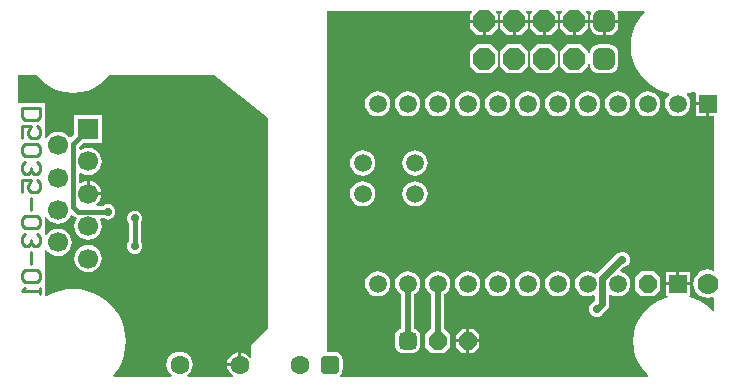
<source format=gbl>
G04*
G04 #@! TF.GenerationSoftware,Altium Limited,Altium Designer,21.6.4 (81)*
G04*
G04 Layer_Physical_Order=2*
G04 Layer_Color=16711680*
%FSLAX25Y25*%
%MOIN*%
G70*
G04*
G04 #@! TF.SameCoordinates,EBD959BA-066A-46C4-B09C-61E3D241C065*
G04*
G04*
G04 #@! TF.FilePolarity,Positive*
G04*
G01*
G75*
%ADD49C,0.01575*%
%ADD50C,0.01968*%
%ADD53C,0.02362*%
%ADD55C,0.06299*%
G04:AMPARAMS|DCode=56|XSize=62.99mil|YSize=62.99mil|CornerRadius=15.75mil|HoleSize=0mil|Usage=FLASHONLY|Rotation=0.000|XOffset=0mil|YOffset=0mil|HoleType=Round|Shape=RoundedRectangle|*
%AMROUNDEDRECTD56*
21,1,0.06299,0.03150,0,0,0.0*
21,1,0.03150,0.06299,0,0,0.0*
1,1,0.03150,0.01575,-0.01575*
1,1,0.03150,-0.01575,-0.01575*
1,1,0.03150,-0.01575,0.01575*
1,1,0.03150,0.01575,0.01575*
%
%ADD56ROUNDEDRECTD56*%
%ADD57P,0.07671X8X202.5*%
G04:AMPARAMS|DCode=58|XSize=70.87mil|YSize=70.87mil|CornerRadius=17.72mil|HoleSize=0mil|Usage=FLASHONLY|Rotation=180.000|XOffset=0mil|YOffset=0mil|HoleType=Round|Shape=RoundedRectangle|*
%AMROUNDEDRECTD58*
21,1,0.07087,0.03543,0,0,180.0*
21,1,0.03543,0.07087,0,0,180.0*
1,1,0.03543,-0.01772,0.01772*
1,1,0.03543,0.01772,0.01772*
1,1,0.03543,0.01772,-0.01772*
1,1,0.03543,-0.01772,-0.01772*
%
%ADD58ROUNDEDRECTD58*%
%ADD59C,0.05937*%
%ADD60P,0.06426X8X292.5*%
%ADD61C,0.07000*%
%ADD62R,0.05937X0.05937*%
G04:AMPARAMS|DCode=63|XSize=59.06mil|YSize=59.06mil|CornerRadius=14.76mil|HoleSize=0mil|Usage=FLASHONLY|Rotation=0.000|XOffset=0mil|YOffset=0mil|HoleType=Round|Shape=RoundedRectangle|*
%AMROUNDEDRECTD63*
21,1,0.05906,0.02953,0,0,0.0*
21,1,0.02953,0.05906,0,0,0.0*
1,1,0.02953,0.01476,-0.01476*
1,1,0.02953,-0.01476,-0.01476*
1,1,0.02953,-0.01476,0.01476*
1,1,0.02953,0.01476,0.01476*
%
%ADD63ROUNDEDRECTD63*%
%ADD64P,0.06392X8X22.5*%
%ADD65R,0.06693X0.06693*%
%ADD66C,0.06693*%
%ADD67C,0.02756*%
%ADD68C,0.01000*%
G36*
X87500Y90261D02*
X87500Y20000D01*
X81957Y14457D01*
Y10481D01*
X81457Y10311D01*
X80959Y10960D01*
X80093Y11625D01*
X79083Y12043D01*
X78500Y12120D01*
Y8000D01*
X78000D01*
Y7500D01*
X73880D01*
X73957Y6917D01*
X74375Y5907D01*
X75041Y5040D01*
X75783Y4471D01*
X75632Y3971D01*
X60716D01*
X60546Y4471D01*
X61102Y4898D01*
X61799Y5806D01*
X62238Y6865D01*
X62387Y8000D01*
X62238Y9136D01*
X61799Y10194D01*
X61102Y11102D01*
X60194Y11799D01*
X59136Y12238D01*
X58000Y12387D01*
X56865Y12238D01*
X55806Y11799D01*
X54898Y11102D01*
X54201Y10194D01*
X53762Y9136D01*
X53613Y8000D01*
X53762Y6865D01*
X54201Y5806D01*
X54898Y4898D01*
X55454Y4471D01*
X55284Y3971D01*
X35985D01*
X35778Y4426D01*
X36372Y5103D01*
X37643Y7005D01*
X38655Y9057D01*
X39390Y11223D01*
X39836Y13466D01*
X39985Y15748D01*
X39836Y18030D01*
X39390Y20274D01*
X38655Y22439D01*
X37643Y24491D01*
X36372Y26392D01*
X34864Y28112D01*
X33145Y29620D01*
X31243Y30891D01*
X29191Y31903D01*
X27026Y32638D01*
X24782Y33084D01*
X22500Y33233D01*
X20218Y33084D01*
X17974Y32638D01*
X15809Y31903D01*
X13757Y30891D01*
X13541Y30746D01*
X13100Y30982D01*
Y46302D01*
X13600Y46394D01*
X14257Y45537D01*
X15207Y44808D01*
X16313Y44350D01*
X17500Y44194D01*
X18687Y44350D01*
X19793Y44808D01*
X20743Y45537D01*
X21471Y46487D01*
X21929Y47593D01*
X22086Y48779D01*
X21929Y49966D01*
X21471Y51072D01*
X20743Y52022D01*
X19793Y52751D01*
X18687Y53209D01*
X17500Y53365D01*
X16313Y53209D01*
X15207Y52751D01*
X14257Y52022D01*
X13600Y51165D01*
X13100Y51257D01*
Y57089D01*
X13600Y57181D01*
X14257Y56324D01*
X15207Y55596D01*
X16313Y55137D01*
X17500Y54981D01*
X18687Y55137D01*
X19793Y55596D01*
X20743Y56324D01*
X21471Y57274D01*
X21706Y57841D01*
X22196Y57938D01*
X22567Y57567D01*
X23224Y57128D01*
X23465Y57080D01*
X23641Y56612D01*
X23529Y56466D01*
X23071Y55360D01*
X22914Y54173D01*
X23071Y52986D01*
X23529Y51880D01*
X24257Y50931D01*
X25207Y50202D01*
X26313Y49744D01*
X27500Y49588D01*
X28687Y49744D01*
X29793Y50202D01*
X30743Y50931D01*
X31471Y51880D01*
X31929Y52986D01*
X32086Y54173D01*
X31929Y55360D01*
X31471Y56466D01*
X31426Y56525D01*
X31647Y56974D01*
X32406D01*
X32700Y56748D01*
X33327Y56488D01*
X34000Y56400D01*
X34673Y56488D01*
X35300Y56748D01*
X35839Y57161D01*
X36252Y57700D01*
X36512Y58327D01*
X36600Y59000D01*
X36512Y59673D01*
X36252Y60300D01*
X35839Y60839D01*
X35300Y61252D01*
X34673Y61512D01*
X34000Y61600D01*
X33327Y61512D01*
X32700Y61252D01*
X32406Y61026D01*
X30334D01*
X30164Y61526D01*
X30600Y61861D01*
X31297Y62769D01*
X31735Y63826D01*
X31818Y64461D01*
X27500D01*
Y64961D01*
X27000D01*
Y69279D01*
X26365Y69195D01*
X25308Y68757D01*
X24975Y68502D01*
X24526Y68723D01*
Y71734D01*
X24975Y71955D01*
X25207Y71777D01*
X26313Y71319D01*
X27500Y71162D01*
X28687Y71319D01*
X29793Y71777D01*
X30743Y72505D01*
X31471Y73455D01*
X31929Y74561D01*
X32086Y75748D01*
X31929Y76935D01*
X31471Y78041D01*
X30743Y78991D01*
X29793Y79719D01*
X28687Y80177D01*
X27500Y80334D01*
X26313Y80177D01*
X25207Y79719D01*
X24975Y79541D01*
X24526Y79762D01*
Y80696D01*
X25819Y81989D01*
X32046D01*
Y91082D01*
X22954D01*
Y84855D01*
X21855Y83756D01*
X21191Y83799D01*
X20743Y84384D01*
X19793Y85113D01*
X18687Y85571D01*
X17500Y85727D01*
X16313Y85571D01*
X15207Y85113D01*
X14257Y84384D01*
X13600Y83527D01*
X13100Y83620D01*
Y95100D01*
X3971D01*
Y104500D01*
X10405D01*
X11520Y103194D01*
X13373Y101611D01*
X15451Y100338D01*
X17702Y99406D01*
X20071Y98837D01*
X22500Y98646D01*
X24929Y98837D01*
X27298Y99406D01*
X29549Y100338D01*
X31627Y101611D01*
X33479Y103194D01*
X34595Y104500D01*
X69500D01*
X87500Y90261D01*
D02*
G37*
G36*
X212997Y125739D02*
X213047Y125450D01*
X211455Y123585D01*
X210142Y121443D01*
X209180Y119122D01*
X208594Y116678D01*
X208396Y114173D01*
X208594Y111668D01*
X209180Y109225D01*
X210142Y106903D01*
X211455Y104761D01*
X213087Y102850D01*
X214997Y101218D01*
X217140Y99905D01*
X219461Y98944D01*
X221053Y98562D01*
X221157Y98073D01*
X221027Y97973D01*
X220359Y97102D01*
X219939Y96088D01*
X219795Y95000D01*
X219939Y93912D01*
X220359Y92898D01*
X221027Y92027D01*
X221898Y91359D01*
X222912Y90939D01*
X224000Y90795D01*
X225088Y90939D01*
X226102Y91359D01*
X226973Y92027D01*
X227641Y92898D01*
X228061Y93912D01*
X228204Y95000D01*
X228061Y96088D01*
X227641Y97102D01*
X227048Y97875D01*
X227110Y98243D01*
X227203Y98427D01*
X229358Y98944D01*
X229555Y99026D01*
X230031Y98682D01*
Y95500D01*
X234000D01*
Y95000D01*
X234500D01*
Y91031D01*
X236187D01*
Y39632D01*
X235771Y39354D01*
X235227Y39579D01*
X234000Y39741D01*
X232773Y39579D01*
X231630Y39105D01*
X230648Y38352D01*
X229894Y37370D01*
X229421Y36227D01*
X229259Y35000D01*
X229421Y33773D01*
X229894Y32630D01*
X230648Y31648D01*
X231630Y30895D01*
X232773Y30421D01*
X234000Y30259D01*
X235227Y30421D01*
X235771Y30646D01*
X236187Y30369D01*
Y26049D01*
X235718Y25876D01*
X235174Y26513D01*
X233358Y28064D01*
X231321Y29312D01*
X229114Y30226D01*
X227842Y30531D01*
X227902Y31032D01*
X227969D01*
Y34500D01*
X224000D01*
X220031D01*
Y31032D01*
X220917D01*
X220977Y30531D01*
X219705Y30226D01*
X217498Y29312D01*
X215461Y28064D01*
X213645Y26513D01*
X212093Y24696D01*
X210845Y22659D01*
X209931Y20452D01*
X209374Y18129D01*
X209186Y15748D01*
X209374Y13367D01*
X209931Y11044D01*
X210845Y8837D01*
X212093Y6800D01*
X213645Y4984D01*
X214281Y4440D01*
X214108Y3971D01*
X111756D01*
X111591Y4358D01*
X111573Y4471D01*
X111999Y5026D01*
X112278Y5701D01*
X112373Y6425D01*
Y9575D01*
X112278Y10299D01*
X111999Y10974D01*
X111554Y11554D01*
X110974Y11999D01*
X110299Y12278D01*
X109575Y12374D01*
X107000D01*
Y125950D01*
X155482D01*
X155673Y125488D01*
X154957Y124772D01*
Y123000D01*
X159500D01*
X164043D01*
Y124772D01*
X163327Y125488D01*
X163518Y125950D01*
X165482D01*
X165673Y125488D01*
X164957Y124772D01*
Y123000D01*
X169500D01*
X174043D01*
Y124772D01*
X173327Y125488D01*
X173518Y125950D01*
X175482D01*
X175673Y125488D01*
X174957Y124772D01*
Y123000D01*
X179500D01*
X184043D01*
Y124772D01*
X183327Y125488D01*
X183518Y125950D01*
X185482D01*
X185673Y125488D01*
X184957Y124772D01*
Y123000D01*
X189500D01*
X194043D01*
Y124772D01*
X193327Y125488D01*
X193518Y125950D01*
X194935D01*
X195217Y125450D01*
X195028Y124995D01*
X194933Y124272D01*
Y123000D01*
X199500D01*
X204067D01*
Y124272D01*
X203972Y124995D01*
X203783Y125450D01*
X204065Y125950D01*
X212919D01*
X212997Y125739D01*
D02*
G37*
%LPC*%
G36*
X28000Y69279D02*
Y65461D01*
X31818D01*
X31735Y66095D01*
X31297Y67153D01*
X30600Y68061D01*
X29692Y68757D01*
X28635Y69195D01*
X28000Y69279D01*
D02*
G37*
G36*
X43000Y59366D02*
X42327Y59277D01*
X41700Y59017D01*
X41161Y58604D01*
X40748Y58065D01*
X40488Y57438D01*
X40400Y56765D01*
X40488Y56092D01*
X40748Y55465D01*
X40974Y55171D01*
Y49094D01*
X40748Y48800D01*
X40488Y48173D01*
X40400Y47500D01*
X40488Y46827D01*
X40748Y46200D01*
X41161Y45661D01*
X41700Y45248D01*
X42327Y44988D01*
X43000Y44900D01*
X43673Y44988D01*
X44300Y45248D01*
X44839Y45661D01*
X45252Y46200D01*
X45512Y46827D01*
X45600Y47500D01*
X45512Y48173D01*
X45252Y48800D01*
X45026Y49094D01*
Y55171D01*
X45252Y55465D01*
X45512Y56092D01*
X45600Y56765D01*
X45512Y57438D01*
X45252Y58065D01*
X44839Y58604D01*
X44300Y59017D01*
X43673Y59277D01*
X43000Y59366D01*
D02*
G37*
G36*
X27500Y47971D02*
X26313Y47815D01*
X25207Y47357D01*
X24257Y46628D01*
X23529Y45679D01*
X23071Y44573D01*
X22914Y43386D01*
X23071Y42199D01*
X23529Y41093D01*
X24257Y40143D01*
X25207Y39415D01*
X26313Y38956D01*
X27500Y38800D01*
X28687Y38956D01*
X29793Y39415D01*
X30743Y40143D01*
X31471Y41093D01*
X31929Y42199D01*
X32086Y43386D01*
X31929Y44573D01*
X31471Y45679D01*
X30743Y46628D01*
X29793Y47357D01*
X28687Y47815D01*
X27500Y47971D01*
D02*
G37*
G36*
X77500Y12120D02*
X76917Y12043D01*
X75907Y11625D01*
X75041Y10960D01*
X74375Y10093D01*
X73957Y9083D01*
X73880Y8500D01*
X77500D01*
Y12120D01*
D02*
G37*
G36*
X194043Y122000D02*
X190000D01*
Y117957D01*
X191772D01*
X194043Y120228D01*
Y122000D01*
D02*
G37*
G36*
X189000D02*
X184957D01*
Y120228D01*
X187228Y117957D01*
X189000D01*
Y122000D01*
D02*
G37*
G36*
X184043D02*
X180000D01*
Y117957D01*
X181772D01*
X184043Y120228D01*
Y122000D01*
D02*
G37*
G36*
X179000D02*
X174957D01*
Y120228D01*
X177228Y117957D01*
X179000D01*
Y122000D01*
D02*
G37*
G36*
X174043D02*
X170000D01*
Y117957D01*
X171772D01*
X174043Y120228D01*
Y122000D01*
D02*
G37*
G36*
X169000D02*
X164957D01*
Y120228D01*
X167228Y117957D01*
X169000D01*
Y122000D01*
D02*
G37*
G36*
X164043D02*
X160000D01*
Y117957D01*
X161772D01*
X164043Y120228D01*
Y122000D01*
D02*
G37*
G36*
X159000D02*
X154957D01*
Y120228D01*
X157228Y117957D01*
X159000D01*
Y122000D01*
D02*
G37*
G36*
X204067D02*
X200000D01*
Y117933D01*
X201272D01*
X201995Y118028D01*
X202669Y118307D01*
X203248Y118752D01*
X203693Y119331D01*
X203972Y120005D01*
X204067Y120728D01*
Y122000D01*
D02*
G37*
G36*
X199000D02*
X194933D01*
Y120728D01*
X195028Y120005D01*
X195307Y119331D01*
X195752Y118752D01*
X196331Y118307D01*
X197005Y118028D01*
X197728Y117933D01*
X199000D01*
Y122000D01*
D02*
G37*
G36*
X201272Y114769D02*
X197728D01*
X196953Y114667D01*
X196230Y114367D01*
X195609Y113891D01*
X195133Y113270D01*
X194833Y112547D01*
X194743Y111865D01*
X194243Y111897D01*
Y112372D01*
X191872Y114743D01*
X187128D01*
X184757Y112372D01*
Y107628D01*
X187128Y105257D01*
X191872D01*
X194243Y107628D01*
Y108103D01*
X194743Y108135D01*
X194833Y107453D01*
X195133Y106730D01*
X195609Y106109D01*
X196230Y105633D01*
X196953Y105333D01*
X197728Y105231D01*
X201272D01*
X202047Y105333D01*
X202770Y105633D01*
X203391Y106109D01*
X203867Y106730D01*
X204167Y107453D01*
X204269Y108228D01*
Y111772D01*
X204167Y112547D01*
X203867Y113270D01*
X203391Y113891D01*
X202770Y114367D01*
X202047Y114667D01*
X201272Y114769D01*
D02*
G37*
G36*
X181872Y114743D02*
X177128D01*
X174757Y112372D01*
Y107628D01*
X177128Y105257D01*
X181872D01*
X184243Y107628D01*
Y112372D01*
X181872Y114743D01*
D02*
G37*
G36*
X171872D02*
X167128D01*
X164757Y112372D01*
Y107628D01*
X167128Y105257D01*
X171872D01*
X174243Y107628D01*
Y112372D01*
X171872Y114743D01*
D02*
G37*
G36*
X161872D02*
X157128D01*
X154757Y112372D01*
Y107628D01*
X157128Y105257D01*
X161872D01*
X164243Y107628D01*
Y112372D01*
X161872Y114743D01*
D02*
G37*
G36*
X233500Y94500D02*
X230031D01*
Y91031D01*
X233500D01*
Y94500D01*
D02*
G37*
G36*
X214000Y99204D02*
X212912Y99061D01*
X211898Y98641D01*
X211027Y97973D01*
X210359Y97102D01*
X209939Y96088D01*
X209795Y95000D01*
X209939Y93912D01*
X210359Y92898D01*
X211027Y92027D01*
X211898Y91359D01*
X212912Y90939D01*
X214000Y90795D01*
X215088Y90939D01*
X216102Y91359D01*
X216973Y92027D01*
X217641Y92898D01*
X218061Y93912D01*
X218204Y95000D01*
X218061Y96088D01*
X217641Y97102D01*
X216973Y97973D01*
X216102Y98641D01*
X215088Y99061D01*
X214000Y99204D01*
D02*
G37*
G36*
X204000D02*
X202912Y99061D01*
X201898Y98641D01*
X201027Y97973D01*
X200359Y97102D01*
X199939Y96088D01*
X199795Y95000D01*
X199939Y93912D01*
X200359Y92898D01*
X201027Y92027D01*
X201898Y91359D01*
X202912Y90939D01*
X204000Y90795D01*
X205088Y90939D01*
X206102Y91359D01*
X206973Y92027D01*
X207641Y92898D01*
X208061Y93912D01*
X208205Y95000D01*
X208061Y96088D01*
X207641Y97102D01*
X206973Y97973D01*
X206102Y98641D01*
X205088Y99061D01*
X204000Y99204D01*
D02*
G37*
G36*
X194000D02*
X192912Y99061D01*
X191898Y98641D01*
X191027Y97973D01*
X190359Y97102D01*
X189939Y96088D01*
X189795Y95000D01*
X189939Y93912D01*
X190359Y92898D01*
X191027Y92027D01*
X191898Y91359D01*
X192912Y90939D01*
X194000Y90795D01*
X195088Y90939D01*
X196102Y91359D01*
X196973Y92027D01*
X197641Y92898D01*
X198061Y93912D01*
X198205Y95000D01*
X198061Y96088D01*
X197641Y97102D01*
X196973Y97973D01*
X196102Y98641D01*
X195088Y99061D01*
X194000Y99204D01*
D02*
G37*
G36*
X184000D02*
X182912Y99061D01*
X181898Y98641D01*
X181027Y97973D01*
X180359Y97102D01*
X179939Y96088D01*
X179796Y95000D01*
X179939Y93912D01*
X180359Y92898D01*
X181027Y92027D01*
X181898Y91359D01*
X182912Y90939D01*
X184000Y90795D01*
X185088Y90939D01*
X186102Y91359D01*
X186973Y92027D01*
X187641Y92898D01*
X188061Y93912D01*
X188205Y95000D01*
X188061Y96088D01*
X187641Y97102D01*
X186973Y97973D01*
X186102Y98641D01*
X185088Y99061D01*
X184000Y99204D01*
D02*
G37*
G36*
X174000D02*
X172912Y99061D01*
X171898Y98641D01*
X171027Y97973D01*
X170359Y97102D01*
X169939Y96088D01*
X169796Y95000D01*
X169939Y93912D01*
X170359Y92898D01*
X171027Y92027D01*
X171898Y91359D01*
X172912Y90939D01*
X174000Y90795D01*
X175088Y90939D01*
X176102Y91359D01*
X176973Y92027D01*
X177641Y92898D01*
X178061Y93912D01*
X178205Y95000D01*
X178061Y96088D01*
X177641Y97102D01*
X176973Y97973D01*
X176102Y98641D01*
X175088Y99061D01*
X174000Y99204D01*
D02*
G37*
G36*
X164000D02*
X162912Y99061D01*
X161898Y98641D01*
X161027Y97973D01*
X160359Y97102D01*
X159939Y96088D01*
X159795Y95000D01*
X159939Y93912D01*
X160359Y92898D01*
X161027Y92027D01*
X161898Y91359D01*
X162912Y90939D01*
X164000Y90795D01*
X165088Y90939D01*
X166102Y91359D01*
X166973Y92027D01*
X167641Y92898D01*
X168061Y93912D01*
X168204Y95000D01*
X168061Y96088D01*
X167641Y97102D01*
X166973Y97973D01*
X166102Y98641D01*
X165088Y99061D01*
X164000Y99204D01*
D02*
G37*
G36*
X154000D02*
X152912Y99061D01*
X151898Y98641D01*
X151027Y97973D01*
X150359Y97102D01*
X149939Y96088D01*
X149795Y95000D01*
X149939Y93912D01*
X150359Y92898D01*
X151027Y92027D01*
X151898Y91359D01*
X152912Y90939D01*
X154000Y90795D01*
X155088Y90939D01*
X156102Y91359D01*
X156973Y92027D01*
X157641Y92898D01*
X158061Y93912D01*
X158204Y95000D01*
X158061Y96088D01*
X157641Y97102D01*
X156973Y97973D01*
X156102Y98641D01*
X155088Y99061D01*
X154000Y99204D01*
D02*
G37*
G36*
X144000D02*
X142912Y99061D01*
X141898Y98641D01*
X141027Y97973D01*
X140359Y97102D01*
X139939Y96088D01*
X139795Y95000D01*
X139939Y93912D01*
X140359Y92898D01*
X141027Y92027D01*
X141898Y91359D01*
X142912Y90939D01*
X144000Y90795D01*
X145088Y90939D01*
X146102Y91359D01*
X146973Y92027D01*
X147641Y92898D01*
X148061Y93912D01*
X148205Y95000D01*
X148061Y96088D01*
X147641Y97102D01*
X146973Y97973D01*
X146102Y98641D01*
X145088Y99061D01*
X144000Y99204D01*
D02*
G37*
G36*
X134000D02*
X132912Y99061D01*
X131898Y98641D01*
X131027Y97973D01*
X130359Y97102D01*
X129939Y96088D01*
X129796Y95000D01*
X129939Y93912D01*
X130359Y92898D01*
X131027Y92027D01*
X131898Y91359D01*
X132912Y90939D01*
X134000Y90795D01*
X135088Y90939D01*
X136102Y91359D01*
X136973Y92027D01*
X137641Y92898D01*
X138061Y93912D01*
X138205Y95000D01*
X138061Y96088D01*
X137641Y97102D01*
X136973Y97973D01*
X136102Y98641D01*
X135088Y99061D01*
X134000Y99204D01*
D02*
G37*
G36*
X124000D02*
X122912Y99061D01*
X121898Y98641D01*
X121027Y97973D01*
X120359Y97102D01*
X119939Y96088D01*
X119796Y95000D01*
X119939Y93912D01*
X120359Y92898D01*
X121027Y92027D01*
X121898Y91359D01*
X122912Y90939D01*
X124000Y90795D01*
X125088Y90939D01*
X126102Y91359D01*
X126973Y92027D01*
X127641Y92898D01*
X128061Y93912D01*
X128205Y95000D01*
X128061Y96088D01*
X127641Y97102D01*
X126973Y97973D01*
X126102Y98641D01*
X125088Y99061D01*
X124000Y99204D01*
D02*
G37*
G36*
X136500Y79454D02*
X135412Y79311D01*
X134398Y78891D01*
X133527Y78223D01*
X132859Y77352D01*
X132439Y76338D01*
X132296Y75250D01*
X132439Y74162D01*
X132859Y73148D01*
X133527Y72277D01*
X134398Y71609D01*
X135412Y71189D01*
X136500Y71046D01*
X137588Y71189D01*
X138602Y71609D01*
X139473Y72277D01*
X140141Y73148D01*
X140561Y74162D01*
X140705Y75250D01*
X140561Y76338D01*
X140141Y77352D01*
X139473Y78223D01*
X138602Y78891D01*
X137588Y79311D01*
X136500Y79454D01*
D02*
G37*
G36*
X119000D02*
X117912Y79311D01*
X116898Y78891D01*
X116027Y78223D01*
X115359Y77352D01*
X114939Y76338D01*
X114795Y75250D01*
X114939Y74162D01*
X115359Y73148D01*
X116027Y72277D01*
X116898Y71609D01*
X117912Y71189D01*
X119000Y71046D01*
X120088Y71189D01*
X121102Y71609D01*
X121973Y72277D01*
X122641Y73148D01*
X123061Y74162D01*
X123205Y75250D01*
X123061Y76338D01*
X122641Y77352D01*
X121973Y78223D01*
X121102Y78891D01*
X120088Y79311D01*
X119000Y79454D01*
D02*
G37*
G36*
X136500Y69204D02*
X135412Y69061D01*
X134398Y68641D01*
X133527Y67973D01*
X132859Y67102D01*
X132439Y66088D01*
X132296Y65000D01*
X132439Y63912D01*
X132859Y62898D01*
X133527Y62027D01*
X134398Y61359D01*
X135412Y60939D01*
X136500Y60795D01*
X137588Y60939D01*
X138602Y61359D01*
X139473Y62027D01*
X140141Y62898D01*
X140561Y63912D01*
X140705Y65000D01*
X140561Y66088D01*
X140141Y67102D01*
X139473Y67973D01*
X138602Y68641D01*
X137588Y69061D01*
X136500Y69204D01*
D02*
G37*
G36*
X119000D02*
X117912Y69061D01*
X116898Y68641D01*
X116027Y67973D01*
X115359Y67102D01*
X114939Y66088D01*
X114795Y65000D01*
X114939Y63912D01*
X115359Y62898D01*
X116027Y62027D01*
X116898Y61359D01*
X117912Y60939D01*
X119000Y60795D01*
X120088Y60939D01*
X121102Y61359D01*
X121973Y62027D01*
X122641Y62898D01*
X123061Y63912D01*
X123205Y65000D01*
X123061Y66088D01*
X122641Y67102D01*
X121973Y67973D01*
X121102Y68641D01*
X120088Y69061D01*
X119000Y69204D01*
D02*
G37*
G36*
X205500Y45600D02*
X204827Y45512D01*
X204303Y45294D01*
X204044Y45243D01*
X203256Y44717D01*
X197033Y38493D01*
X196986Y38423D01*
X196493Y38342D01*
X196102Y38641D01*
X195088Y39061D01*
X194000Y39204D01*
X192912Y39061D01*
X191898Y38641D01*
X191027Y37973D01*
X190359Y37102D01*
X189939Y36088D01*
X189795Y35000D01*
X189939Y33912D01*
X190359Y32898D01*
X191027Y32027D01*
X191898Y31359D01*
X192912Y30939D01*
X194000Y30795D01*
X195088Y30939D01*
X195822Y31243D01*
X196322Y30925D01*
Y29255D01*
X195902Y28836D01*
X195700Y28752D01*
X195161Y28339D01*
X194748Y27800D01*
X194488Y27173D01*
X194400Y26500D01*
X194488Y25827D01*
X194748Y25200D01*
X195161Y24661D01*
X195700Y24248D01*
X196327Y23988D01*
X197000Y23900D01*
X197673Y23988D01*
X198300Y24248D01*
X198839Y24661D01*
X199252Y25200D01*
X199336Y25402D01*
X200466Y26533D01*
X200993Y27321D01*
X201177Y28250D01*
Y31346D01*
X201626Y31567D01*
X201898Y31359D01*
X202912Y30939D01*
X204000Y30795D01*
X205088Y30939D01*
X206102Y31359D01*
X206973Y32027D01*
X207641Y32898D01*
X208061Y33912D01*
X208205Y35000D01*
X208061Y36088D01*
X207641Y37102D01*
X206973Y37973D01*
X206102Y38641D01*
X205149Y39036D01*
X204937Y39506D01*
X204931Y39524D01*
X205853Y40446D01*
X206173Y40488D01*
X206800Y40748D01*
X207339Y41161D01*
X207752Y41700D01*
X208012Y42327D01*
X208100Y43000D01*
X208012Y43673D01*
X207752Y44300D01*
X207339Y44839D01*
X206800Y45252D01*
X206173Y45512D01*
X205500Y45600D01*
D02*
G37*
G36*
X227969Y38969D02*
X224500D01*
Y35500D01*
X227969D01*
Y38969D01*
D02*
G37*
G36*
X223500D02*
X220031D01*
Y35500D01*
X223500D01*
Y38969D01*
D02*
G37*
G36*
X216084Y39169D02*
X211916D01*
X209832Y37084D01*
Y32916D01*
X211916Y30832D01*
X216084D01*
X218168Y32916D01*
Y37084D01*
X216084Y39169D01*
D02*
G37*
G36*
X184000Y39204D02*
X182912Y39061D01*
X181898Y38641D01*
X181027Y37973D01*
X180359Y37102D01*
X179939Y36088D01*
X179796Y35000D01*
X179939Y33912D01*
X180359Y32898D01*
X181027Y32027D01*
X181898Y31359D01*
X182912Y30939D01*
X184000Y30795D01*
X185088Y30939D01*
X186102Y31359D01*
X186973Y32027D01*
X187641Y32898D01*
X188061Y33912D01*
X188205Y35000D01*
X188061Y36088D01*
X187641Y37102D01*
X186973Y37973D01*
X186102Y38641D01*
X185088Y39061D01*
X184000Y39204D01*
D02*
G37*
G36*
X174000D02*
X172912Y39061D01*
X171898Y38641D01*
X171027Y37973D01*
X170359Y37102D01*
X169939Y36088D01*
X169796Y35000D01*
X169939Y33912D01*
X170359Y32898D01*
X171027Y32027D01*
X171898Y31359D01*
X172912Y30939D01*
X174000Y30795D01*
X175088Y30939D01*
X176102Y31359D01*
X176973Y32027D01*
X177641Y32898D01*
X178061Y33912D01*
X178205Y35000D01*
X178061Y36088D01*
X177641Y37102D01*
X176973Y37973D01*
X176102Y38641D01*
X175088Y39061D01*
X174000Y39204D01*
D02*
G37*
G36*
X164000D02*
X162912Y39061D01*
X161898Y38641D01*
X161027Y37973D01*
X160359Y37102D01*
X159939Y36088D01*
X159795Y35000D01*
X159939Y33912D01*
X160359Y32898D01*
X161027Y32027D01*
X161898Y31359D01*
X162912Y30939D01*
X164000Y30795D01*
X165088Y30939D01*
X166102Y31359D01*
X166973Y32027D01*
X167641Y32898D01*
X168061Y33912D01*
X168204Y35000D01*
X168061Y36088D01*
X167641Y37102D01*
X166973Y37973D01*
X166102Y38641D01*
X165088Y39061D01*
X164000Y39204D01*
D02*
G37*
G36*
X154000D02*
X152912Y39061D01*
X151898Y38641D01*
X151027Y37973D01*
X150359Y37102D01*
X149939Y36088D01*
X149795Y35000D01*
X149939Y33912D01*
X150359Y32898D01*
X151027Y32027D01*
X151898Y31359D01*
X152912Y30939D01*
X154000Y30795D01*
X155088Y30939D01*
X156102Y31359D01*
X156973Y32027D01*
X157641Y32898D01*
X158061Y33912D01*
X158204Y35000D01*
X158061Y36088D01*
X157641Y37102D01*
X156973Y37973D01*
X156102Y38641D01*
X155088Y39061D01*
X154000Y39204D01*
D02*
G37*
G36*
X124000D02*
X122912Y39061D01*
X121898Y38641D01*
X121027Y37973D01*
X120359Y37102D01*
X119939Y36088D01*
X119796Y35000D01*
X119939Y33912D01*
X120359Y32898D01*
X121027Y32027D01*
X121898Y31359D01*
X122912Y30939D01*
X124000Y30795D01*
X125088Y30939D01*
X126102Y31359D01*
X126973Y32027D01*
X127641Y32898D01*
X128061Y33912D01*
X128205Y35000D01*
X128061Y36088D01*
X127641Y37102D01*
X126973Y37973D01*
X126102Y38641D01*
X125088Y39061D01*
X124000Y39204D01*
D02*
G37*
G36*
X155976Y19953D02*
X154500D01*
Y16500D01*
X157953D01*
Y17976D01*
X155976Y19953D01*
D02*
G37*
G36*
X153500D02*
X152024D01*
X150047Y17976D01*
Y16500D01*
X153500D01*
Y19953D01*
D02*
G37*
G36*
X157953Y15500D02*
X154500D01*
Y12047D01*
X155976D01*
X157953Y14024D01*
Y15500D01*
D02*
G37*
G36*
X153500D02*
X150047D01*
Y14024D01*
X152024Y12047D01*
X153500D01*
Y15500D01*
D02*
G37*
G36*
X144000Y39204D02*
X142912Y39061D01*
X141898Y38641D01*
X141027Y37973D01*
X140359Y37102D01*
X139939Y36088D01*
X139795Y35000D01*
X139939Y33912D01*
X140359Y32898D01*
X141027Y32027D01*
X141773Y31455D01*
Y20002D01*
X139847Y18076D01*
Y13924D01*
X141924Y11847D01*
X146076D01*
X148153Y13924D01*
Y18076D01*
X146227Y20002D01*
Y31455D01*
X146973Y32027D01*
X147641Y32898D01*
X148061Y33912D01*
X148205Y35000D01*
X148061Y36088D01*
X147641Y37102D01*
X146973Y37973D01*
X146102Y38641D01*
X145088Y39061D01*
X144000Y39204D01*
D02*
G37*
G36*
X134000D02*
X132912Y39061D01*
X131898Y38641D01*
X131027Y37973D01*
X130359Y37102D01*
X129939Y36088D01*
X129796Y35000D01*
X129939Y33912D01*
X130359Y32898D01*
X131027Y32027D01*
X131773Y31455D01*
Y20062D01*
X131174Y19814D01*
X130615Y19385D01*
X130186Y18826D01*
X129916Y18175D01*
X129824Y17476D01*
Y14524D01*
X129916Y13825D01*
X130186Y13174D01*
X130615Y12615D01*
X131174Y12186D01*
X131825Y11916D01*
X132524Y11824D01*
X135476D01*
X136175Y11916D01*
X136826Y12186D01*
X137385Y12615D01*
X137814Y13174D01*
X138084Y13825D01*
X138176Y14524D01*
Y17476D01*
X138084Y18175D01*
X137814Y18826D01*
X137385Y19385D01*
X136826Y19814D01*
X136227Y20062D01*
Y31455D01*
X136973Y32027D01*
X137641Y32898D01*
X138061Y33912D01*
X138205Y35000D01*
X138061Y36088D01*
X137641Y37102D01*
X136973Y37973D01*
X136102Y38641D01*
X135088Y39061D01*
X134000Y39204D01*
D02*
G37*
%LPD*%
D49*
X22500Y81535D02*
X27500Y86535D01*
X22500Y60500D02*
Y81535D01*
Y60500D02*
X24000Y59000D01*
X34000D01*
X43000Y47500D02*
Y56765D01*
D50*
X144000Y16000D02*
Y35000D01*
X134000Y16000D02*
Y35000D01*
D53*
X197000Y26500D02*
X198750Y28250D01*
Y36777D02*
X204973Y43000D01*
X198750Y28250D02*
Y36777D01*
X204973Y43000D02*
X205500D01*
D55*
X98000Y8000D02*
D03*
X58000D02*
D03*
X78000D02*
D03*
D56*
X108000Y8000D02*
D03*
D57*
X159500Y110000D02*
D03*
X169500D02*
D03*
X179500D02*
D03*
X189500D02*
D03*
X159500Y122500D02*
D03*
X169500D02*
D03*
X179500D02*
D03*
X189500D02*
D03*
D58*
X199500Y110000D02*
D03*
Y122500D02*
D03*
D59*
X136500Y75250D02*
D03*
Y65000D02*
D03*
X119000Y75250D02*
D03*
Y65000D02*
D03*
X204000Y35000D02*
D03*
X194000D02*
D03*
X184000D02*
D03*
X174000D02*
D03*
X164000D02*
D03*
X154000D02*
D03*
X144000D02*
D03*
X134000D02*
D03*
X124000D02*
D03*
Y95000D02*
D03*
X134000D02*
D03*
X144000D02*
D03*
X154000D02*
D03*
X164000D02*
D03*
X174000D02*
D03*
X184000D02*
D03*
X194000D02*
D03*
X204000D02*
D03*
X214000D02*
D03*
X224000D02*
D03*
D60*
X214000Y35000D02*
D03*
D61*
X234000D02*
D03*
D62*
X224000D02*
D03*
X234000Y95000D02*
D03*
D63*
X134000Y16000D02*
D03*
D64*
X144000D02*
D03*
X154000D02*
D03*
D65*
X27500Y86535D02*
D03*
D66*
Y75748D02*
D03*
Y64961D02*
D03*
Y54173D02*
D03*
Y43386D02*
D03*
X17500Y81142D02*
D03*
Y70354D02*
D03*
Y59567D02*
D03*
Y48779D02*
D03*
D67*
X205500Y43000D02*
D03*
X197000Y26500D02*
D03*
X179000Y20500D02*
D03*
X71000Y38000D02*
D03*
X108500Y124500D02*
D03*
X115500Y90500D02*
D03*
X108500Y14500D02*
D03*
X34000Y59000D02*
D03*
X43000Y56765D02*
D03*
X84000Y58500D02*
D03*
X82500Y33000D02*
D03*
X78500Y49500D02*
D03*
Y81500D02*
D03*
X71500Y69500D02*
D03*
X84500Y90500D02*
D03*
X43000Y47500D02*
D03*
X44000Y28000D02*
D03*
X52000Y60000D02*
D03*
Y72000D02*
D03*
X128500Y43500D02*
D03*
X44500Y102500D02*
D03*
X113000Y63000D02*
D03*
D68*
X5502Y93500D02*
X11500D01*
Y90501D01*
X10500Y89501D01*
X6502D01*
X5502Y90501D01*
Y93500D01*
Y83503D02*
Y87502D01*
X8501D01*
X7501Y85503D01*
Y84503D01*
X8501Y83503D01*
X10500D01*
X11500Y84503D01*
Y86502D01*
X10500Y87502D01*
X6502Y81504D02*
X5502Y80504D01*
Y78505D01*
X6502Y77505D01*
X10500D01*
X11500Y78505D01*
Y80504D01*
X10500Y81504D01*
X6502D01*
Y75506D02*
X5502Y74506D01*
Y72507D01*
X6502Y71507D01*
X7501D01*
X8501Y72507D01*
Y73506D01*
Y72507D01*
X9501Y71507D01*
X10500D01*
X11500Y72507D01*
Y74506D01*
X10500Y75506D01*
X5502Y65509D02*
Y69508D01*
X8501D01*
X7501Y67508D01*
Y66509D01*
X8501Y65509D01*
X10500D01*
X11500Y66509D01*
Y68508D01*
X10500Y69508D01*
X8501Y63510D02*
Y59511D01*
X6502Y57512D02*
X5502Y56512D01*
Y54513D01*
X6502Y53513D01*
X10500D01*
X11500Y54513D01*
Y56512D01*
X10500Y57512D01*
X6502D01*
Y51514D02*
X5502Y50514D01*
Y48515D01*
X6502Y47515D01*
X7501D01*
X8501Y48515D01*
Y49514D01*
Y48515D01*
X9501Y47515D01*
X10500D01*
X11500Y48515D01*
Y50514D01*
X10500Y51514D01*
X8501Y45515D02*
Y41517D01*
X6502Y39518D02*
X5502Y38518D01*
Y36518D01*
X6502Y35519D01*
X10500D01*
X11500Y36518D01*
Y38518D01*
X10500Y39518D01*
X6502D01*
X11500Y33519D02*
Y31520D01*
Y32520D01*
X5502D01*
X6502Y33519D01*
M02*

</source>
